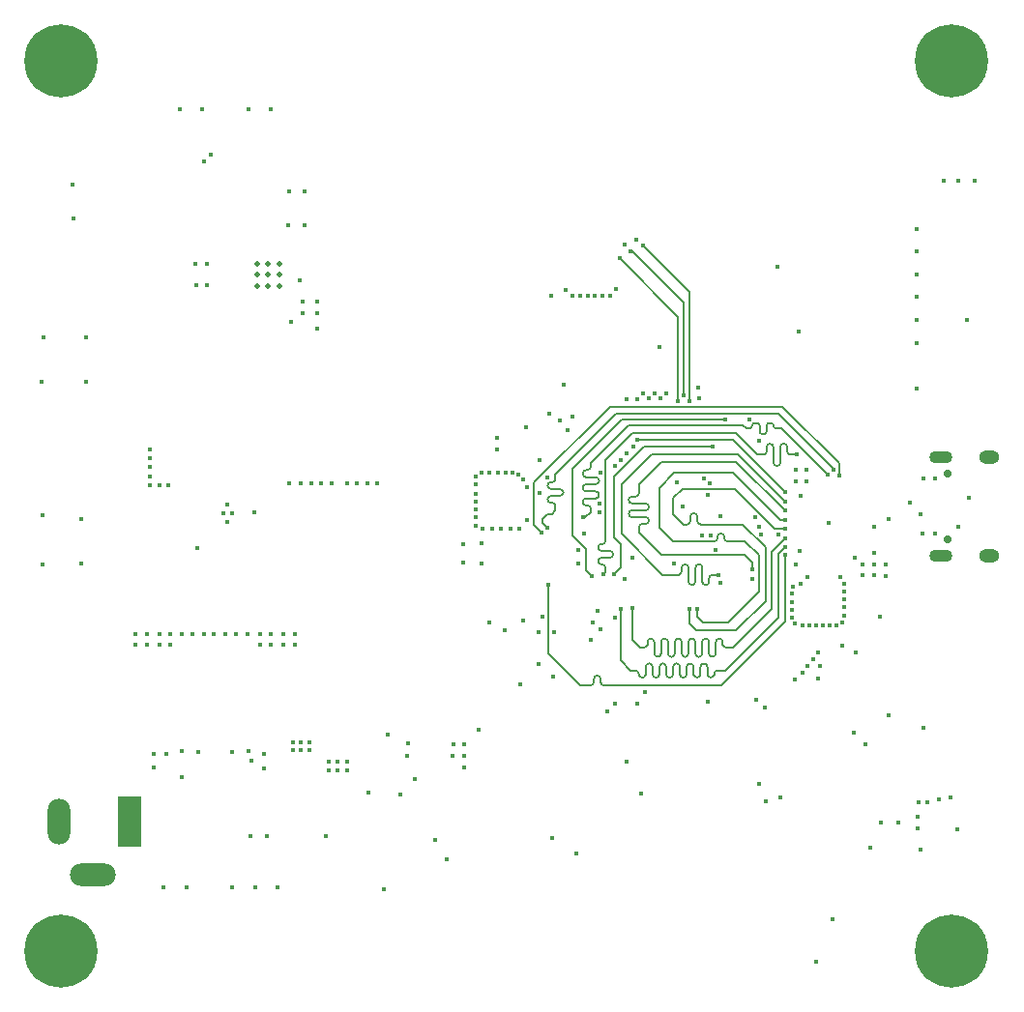
<source format=gbr>
%TF.GenerationSoftware,KiCad,Pcbnew,9.0.6*%
%TF.CreationDate,2026-01-14T23:48:26-05:00*%
%TF.ProjectId,DebuggingBoard,44656275-6767-4696-9e67-426f6172642e,rev?*%
%TF.SameCoordinates,Original*%
%TF.FileFunction,Copper,L3,Inr*%
%TF.FilePolarity,Positive*%
%FSLAX46Y46*%
G04 Gerber Fmt 4.6, Leading zero omitted, Abs format (unit mm)*
G04 Created by KiCad (PCBNEW 9.0.6) date 2026-01-14 23:48:26*
%MOMM*%
%LPD*%
G01*
G04 APERTURE LIST*
%TA.AperFunction,ComponentPad*%
%ADD10C,0.450000*%
%TD*%
%TA.AperFunction,ComponentPad*%
%ADD11C,0.800000*%
%TD*%
%TA.AperFunction,ComponentPad*%
%ADD12C,6.400000*%
%TD*%
%TA.AperFunction,ComponentPad*%
%ADD13R,2.000000X4.500000*%
%TD*%
%TA.AperFunction,ComponentPad*%
%ADD14O,2.000000X4.000000*%
%TD*%
%TA.AperFunction,ComponentPad*%
%ADD15O,4.000000X2.000000*%
%TD*%
%TA.AperFunction,ComponentPad*%
%ADD16C,0.700000*%
%TD*%
%TA.AperFunction,ComponentPad*%
%ADD17O,2.000000X1.100000*%
%TD*%
%TA.AperFunction,ComponentPad*%
%ADD18O,1.800000X1.200000*%
%TD*%
%TA.AperFunction,HeatsinkPad*%
%ADD19C,0.500000*%
%TD*%
%TA.AperFunction,ViaPad*%
%ADD20C,0.450000*%
%TD*%
%TA.AperFunction,Conductor*%
%ADD21C,0.150000*%
%TD*%
%TA.AperFunction,Conductor*%
%ADD22C,0.142494*%
%TD*%
%TA.AperFunction,Conductor*%
%ADD23C,0.152146*%
%TD*%
G04 APERTURE END LIST*
D10*
%TO.N,GND*%
%TO.C,U7*%
X90250000Y-90600000D03*
X90600000Y-89850000D03*
X90600000Y-91350000D03*
X90950000Y-90600000D03*
%TD*%
D11*
%TO.N,GND*%
%TO.C,H4*%
X151600000Y-51000000D03*
X152302944Y-49302944D03*
X152302944Y-52697056D03*
X154000000Y-48600000D03*
D12*
X154000000Y-51000000D03*
D11*
X154000000Y-53400000D03*
X155697056Y-49302944D03*
X155697056Y-52697056D03*
X156400000Y-51000000D03*
%TD*%
D13*
%TO.N,+12V*%
%TO.C,J1*%
X82000000Y-117600000D03*
D14*
%TO.N,GND*%
X75800000Y-117600000D03*
D15*
X78800000Y-122300000D03*
%TD*%
D16*
%TO.N,*%
%TO.C,USB1*%
X153600000Y-92890000D03*
X153600000Y-87110000D03*
D17*
%TO.N,GND*%
X153070000Y-94320000D03*
D18*
X157280000Y-94320000D03*
D17*
X153070000Y-85680000D03*
D18*
X157280000Y-85680000D03*
%TD*%
D11*
%TO.N,GND*%
%TO.C,H3*%
X151600000Y-129000000D03*
X152302944Y-127302944D03*
X152302944Y-130697056D03*
X154000000Y-126600000D03*
D12*
X154000000Y-129000000D03*
D11*
X154000000Y-131400000D03*
X155697056Y-127302944D03*
X155697056Y-130697056D03*
X156400000Y-129000000D03*
%TD*%
D19*
%TO.N,GND*%
%TO.C,U5*%
X93155000Y-70695000D03*
X94130000Y-70695000D03*
X95105000Y-70695000D03*
X93155000Y-69720000D03*
X94130000Y-69720000D03*
X95105000Y-69720000D03*
X93155000Y-68745000D03*
X94130000Y-68745000D03*
X95105000Y-68745000D03*
%TD*%
D11*
%TO.N,GND*%
%TO.C,H1*%
X73600000Y-51000000D03*
X74302944Y-49302944D03*
X74302944Y-52697056D03*
X76000000Y-48600000D03*
D12*
X76000000Y-51000000D03*
D11*
X76000000Y-53400000D03*
X77697056Y-49302944D03*
X77697056Y-52697056D03*
X78400000Y-51000000D03*
%TD*%
%TO.N,GND*%
%TO.C,H2*%
X73600000Y-129000000D03*
X74302944Y-127302944D03*
X74302944Y-130697056D03*
X76000000Y-126600000D03*
D12*
X76000000Y-129000000D03*
D11*
X76000000Y-131400000D03*
X77697056Y-127302944D03*
X77697056Y-130697056D03*
X78400000Y-129000000D03*
%TD*%
D20*
%TO.N,GND*%
X120200000Y-71100000D03*
X152900000Y-115700000D03*
X146400000Y-110900000D03*
X151500000Y-109400000D03*
X142300000Y-105100000D03*
X142500000Y-104000000D03*
X145600000Y-102800000D03*
X147700000Y-99700000D03*
X144400000Y-102200000D03*
X155300000Y-73700000D03*
%TO.N,/LED3*%
X132900000Y-92603753D03*
%TO.N,/GPIO*%
X118900000Y-71600000D03*
X118728054Y-81920946D03*
%TO.N,GND*%
X138700000Y-69000000D03*
%TO.N,/LED2*%
X153300000Y-61500000D03*
X132600000Y-89000000D03*
%TO.N,/DBUG_LED*%
X154600000Y-61500000D03*
%TO.N,+3.3V*%
X145396446Y-109803554D03*
%TO.N,GND*%
X124600000Y-71000000D03*
X126400000Y-66700000D03*
X125400000Y-67100000D03*
X109800000Y-120900000D03*
X121100000Y-120400000D03*
X126800000Y-115200000D03*
X125500000Y-112400000D03*
X119000000Y-119100000D03*
X104300000Y-123600000D03*
X108800000Y-119200000D03*
X149300000Y-117700000D03*
X147800000Y-117700000D03*
X128400000Y-76100000D03*
X131800000Y-79600000D03*
X111300000Y-112900000D03*
X107000000Y-113900000D03*
X116700000Y-83107106D03*
X119700000Y-82500000D03*
X99200000Y-118900000D03*
X94000000Y-118900000D03*
X132600000Y-107100000D03*
X126000000Y-94500000D03*
X129700000Y-95000000D03*
X136900000Y-107000000D03*
X127100000Y-106300000D03*
X123157168Y-89764275D03*
%TO.N,/USB_PD_PG*%
X140300000Y-105200000D03*
X133319176Y-93803754D03*
%TO.N,+3.3V*%
X150934805Y-79694920D03*
%TO.N,GND*%
X116830000Y-91240000D03*
X116830000Y-88300000D03*
%TO.N,Net-(U5-ENN)*%
X96900000Y-70200000D03*
X96140000Y-73900000D03*
%TO.N,VBUS*%
X151400000Y-92400000D03*
X151500000Y-87600000D03*
%TO.N,GND*%
X147200000Y-94080000D03*
X148250000Y-96110000D03*
X147200000Y-96060000D03*
X146150000Y-96060000D03*
X140740000Y-96770000D03*
X141340000Y-96170000D03*
X144200000Y-96170000D03*
X147200000Y-91780000D03*
%TO.N,Net-(C35-Pad1)*%
X141300000Y-86800000D03*
X140350000Y-95120000D03*
%TO.N,+3.3V*%
X141300000Y-87800000D03*
X148475000Y-91100000D03*
X120050000Y-79400000D03*
X117900000Y-86000000D03*
X136269100Y-82396247D03*
%TO.N,GND*%
X137100000Y-84300000D03*
%TO.N,+3.3V*%
X150934805Y-65694920D03*
%TO.N,+5V*%
X123800000Y-108000000D03*
X137600000Y-107600000D03*
%TO.N,+3.3V*%
X116250000Y-105600000D03*
%TO.N,GND*%
X104600000Y-110025000D03*
X102900000Y-115120000D03*
%TO.N,+3.3V*%
X112575000Y-109625000D03*
%TO.N,/POWER_IND*%
X123203753Y-87069015D03*
X105725000Y-115225000D03*
%TO.N,GND*%
X122400000Y-101750000D03*
X123275000Y-100800000D03*
X123025000Y-99150000D03*
%TO.N,/V_SELECT*%
X101050000Y-113150000D03*
X100250000Y-113150000D03*
X99450000Y-113150000D03*
X101050000Y-112350000D03*
X100250000Y-112350000D03*
X99450000Y-112350000D03*
%TO.N,+12V*%
X97000000Y-111350000D03*
X97000000Y-110650000D03*
X97750000Y-111350000D03*
X96300000Y-111350000D03*
X97750000Y-110650000D03*
X96300000Y-110650000D03*
%TO.N,VBUS*%
X106350000Y-111900000D03*
X106400000Y-110800000D03*
X110300000Y-111900000D03*
X110350000Y-110850000D03*
X111300000Y-111900000D03*
X111300000Y-110850000D03*
X137150000Y-114300000D03*
X137687500Y-115850000D03*
X138987500Y-115550000D03*
X151087500Y-115900000D03*
X151900000Y-115950000D03*
%TO.N,+3.3V*%
X142100000Y-129950000D03*
X154453598Y-118303510D03*
X148500000Y-108350000D03*
X146150000Y-95100000D03*
X147200000Y-95100000D03*
X140650000Y-93950000D03*
X133700000Y-96700000D03*
X122550000Y-100150000D03*
X117900000Y-88860000D03*
%TO.N,+3.3VA*%
X112787500Y-93270000D03*
X112787500Y-95050000D03*
X111250000Y-94900000D03*
X111250000Y-93370000D03*
X103700000Y-88000000D03*
X102800000Y-88000000D03*
X101900000Y-88000000D03*
X101100000Y-88000000D03*
%TO.N,+3.3V*%
X99700000Y-88000000D03*
X98800000Y-88000000D03*
X97900000Y-88000000D03*
X97000000Y-88000000D03*
X96000000Y-88000000D03*
%TO.N,+5V*%
X98400000Y-74450000D03*
X98400000Y-73100000D03*
X98400000Y-72100000D03*
X97200000Y-73100000D03*
X97200000Y-72100000D03*
%TO.N,/OP_AMP+*%
X88800000Y-70600000D03*
X87875000Y-70600000D03*
X87800000Y-68800000D03*
X88800000Y-68800000D03*
%TO.N,/OP_AMP-*%
X95900000Y-65400000D03*
X97300000Y-65400000D03*
X96000000Y-62400000D03*
X97300000Y-62400000D03*
%TO.N,+3.3V*%
X88500000Y-59800000D03*
X89100000Y-59200000D03*
%TO.N,+5V*%
X77000000Y-61800000D03*
X77100000Y-64800000D03*
%TO.N,/OP_AMP-*%
X74500000Y-75200000D03*
%TO.N,/OP_AMP+*%
X78200000Y-75200000D03*
%TO.N,/OP_AMP-*%
X74300000Y-79100000D03*
%TO.N,/OP_AMP+*%
X78200000Y-79100000D03*
%TO.N,/OP_AMP-*%
X74400000Y-90800000D03*
%TO.N,/OP_AMP+*%
X77800000Y-91100000D03*
%TO.N,/OP_AMP-*%
X74400000Y-95100000D03*
%TO.N,/OP_AMP+*%
X77800000Y-95000000D03*
%TO.N,GND*%
X112330000Y-89600000D03*
X116080000Y-87250000D03*
X112930000Y-92000000D03*
X140300000Y-100270000D03*
X112330000Y-88900000D03*
X143300000Y-100470000D03*
X112830000Y-87100000D03*
X114230000Y-87100000D03*
X112330000Y-88100000D03*
X141500000Y-100470000D03*
X119200000Y-101000000D03*
X116500000Y-100000000D03*
X115330000Y-92000000D03*
X144600000Y-98870000D03*
X140000000Y-98370000D03*
X117800000Y-101000000D03*
X119100000Y-104900000D03*
X114930000Y-87100000D03*
X144600000Y-98170000D03*
X115530000Y-87100000D03*
X118200000Y-99700000D03*
X112330000Y-91700000D03*
X113530000Y-87100000D03*
X140340000Y-86800000D03*
X112330000Y-91000000D03*
X140900000Y-100470000D03*
X144600000Y-96770000D03*
X143900000Y-100470000D03*
X112330000Y-87400000D03*
X140800000Y-89100000D03*
X116480000Y-87650000D03*
X113500000Y-100200000D03*
X114900000Y-100900000D03*
X114530000Y-92000000D03*
X143262500Y-91500000D03*
X144600000Y-97470000D03*
X142100000Y-100470000D03*
X117800000Y-103800000D03*
X140340000Y-87800000D03*
X112330000Y-90300000D03*
X116130000Y-92000000D03*
X140100000Y-97070000D03*
X140000000Y-99770000D03*
X144450000Y-100220000D03*
X142700000Y-100470000D03*
X140000000Y-99070000D03*
X140000000Y-97670000D03*
X144600000Y-99570000D03*
X113730000Y-92000000D03*
%TO.N,VBUS*%
X152520000Y-87600000D03*
X152520000Y-92400000D03*
%TO.N,/nRST*%
X146900000Y-119900000D03*
X123150000Y-90500000D03*
%TO.N,+5V*%
X85600000Y-101200000D03*
X83800000Y-87400000D03*
X93400000Y-101200000D03*
X94400000Y-102100000D03*
X91300000Y-101200000D03*
X88500000Y-101200000D03*
X87500000Y-101200000D03*
X83800000Y-88200000D03*
X89400000Y-101200000D03*
X83500000Y-102100000D03*
X84600000Y-101200000D03*
X95500000Y-102100000D03*
X96500000Y-102100000D03*
X94400000Y-101200000D03*
X83500000Y-101200000D03*
X85400000Y-88200000D03*
X85600000Y-102100000D03*
X86600000Y-113760000D03*
X96500000Y-101200000D03*
X92575000Y-118910000D03*
X92300000Y-101200000D03*
X82500000Y-101200000D03*
X83800000Y-85800000D03*
X86600000Y-101200000D03*
X90400000Y-101200000D03*
X84600000Y-88200000D03*
X93400000Y-102100000D03*
X83800000Y-85000000D03*
X83800000Y-86600000D03*
X95500000Y-101200000D03*
X84600000Y-102100000D03*
X82500000Y-102100000D03*
%TO.N,Net-(U7-SNS)*%
X87900000Y-93700000D03*
X92900000Y-90500000D03*
%TO.N,/DISP_CS*%
X150934805Y-71694920D03*
X129003813Y-80100000D03*
%TO.N,/V_SELECT*%
X86595000Y-111420000D03*
X84100000Y-112900000D03*
X90950000Y-111500000D03*
X92700000Y-112300000D03*
X93795000Y-111715000D03*
X84100000Y-111715000D03*
X92400000Y-111420000D03*
X85200000Y-111715000D03*
X88050000Y-111500000D03*
X93795000Y-112990000D03*
%TO.N,/SWCLK*%
X129900000Y-87900000D03*
X153850000Y-115550000D03*
%TO.N,/SWDIO*%
X151300000Y-120050038D03*
X130400000Y-90000000D03*
%TO.N,/DISP_MOSI*%
X150934805Y-75694920D03*
X131900000Y-80550000D03*
%TO.N,/DISP_RST*%
X150934805Y-67694920D03*
X128002813Y-80135876D03*
%TO.N,/DISP_DC*%
X150934805Y-69694920D03*
X128503813Y-80550000D03*
%TO.N,/DISP_SCK*%
X150934805Y-73694920D03*
X140600000Y-74700000D03*
%TO.N,/BOOT0*%
X143590000Y-126210000D03*
X124500000Y-86500000D03*
%TO.N,Net-(U4-RBIAS)*%
X145496138Y-94525000D03*
X148250000Y-95090000D03*
%TO.N,/ULPI_CK*%
X140400000Y-85500000D03*
X123500000Y-95951073D03*
%TO.N,/CC2*%
X155500000Y-89300000D03*
X151000000Y-118200000D03*
%TO.N,/CC1*%
X154600000Y-91800000D03*
X151000000Y-117200000D03*
%TO.N,/V_NEG_DAC*%
X114200000Y-85000000D03*
X87000000Y-123400000D03*
%TO.N,/ULPI_D4*%
X131704313Y-99004313D03*
X139400000Y-91250000D03*
%TO.N,/ULPI_D0*%
X118700000Y-96900000D03*
X139400000Y-94300000D03*
%TO.N,/PSSI_PDCK*%
X124400000Y-95951073D03*
X133025000Y-84775000D03*
%TO.N,/ULPI_DIR*%
X143623074Y-86810614D03*
X118600000Y-91898927D03*
%TO.N,/ULPI_D5*%
X136500000Y-95500000D03*
X139400000Y-90400000D03*
%TO.N,/ULPI_D2*%
X139400000Y-92800000D03*
X126007991Y-98894477D03*
%TO.N,/ULPI_STP*%
X121720882Y-91000000D03*
X143105902Y-87212122D03*
%TO.N,/ULPI_D7*%
X126500000Y-84200000D03*
X139400000Y-88800000D03*
%TO.N,/ULPI_D1*%
X139395687Y-93595687D03*
X125000000Y-99000000D03*
%TO.N,/PSSI_DE*%
X134200000Y-82400000D03*
X122466819Y-96116822D03*
%TO.N,/ULPI_NXT*%
X118093361Y-92306138D03*
X144124147Y-87300000D03*
%TO.N,/V_POS_DAC*%
X114220000Y-83980000D03*
X85000000Y-123400000D03*
%TO.N,/ULPI_D3*%
X139400000Y-92000000D03*
X131000000Y-99000000D03*
%TO.N,/ULPI_D6*%
X133600000Y-96000000D03*
X139400000Y-89600000D03*
%TO.N,/D-*%
X150300000Y-89727400D03*
X151300000Y-90749612D03*
%TO.N,/FGEN_SGAIN*%
X122100006Y-71600000D03*
X125507455Y-80604223D03*
%TO.N,/FGEN_SOFF*%
X121450003Y-71600000D03*
X120800000Y-82150000D03*
%TO.N,/FGEN_SAMP*%
X126500000Y-80600000D03*
X122750009Y-71600000D03*
%TO.N,/FGEN_SCLK*%
X123400012Y-71600000D03*
X127000000Y-80140379D03*
%TO.N,/FGEN_MOSI*%
X124050015Y-71600000D03*
X127502813Y-80552304D03*
%TO.N,/ADC2_INP8*%
X125350000Y-96350000D03*
X126500000Y-107300000D03*
%TO.N,/ADC1_INP4*%
X124501073Y-99750000D03*
X124500000Y-107300000D03*
%TO.N,/SPI2_CK*%
X136550000Y-96350000D03*
X133750000Y-90850000D03*
%TO.N,/V_NEG_I*%
X95000000Y-123400000D03*
X121800000Y-92400000D03*
%TO.N,/V_POS_I*%
X121300000Y-95000000D03*
X93000000Y-123400000D03*
%TO.N,/VPSU_CONN_IND*%
X91000000Y-123400000D03*
X121300000Y-93800000D03*
%TO.N,/FGEN_CONN_IND*%
X120400000Y-83300000D03*
X120800000Y-71600000D03*
%TO.N,/CAN_RX*%
X125900000Y-67700000D03*
X130503232Y-80300000D03*
X132800000Y-88003753D03*
%TO.N,/CAN_TX*%
X131003861Y-80803753D03*
X132293603Y-87596247D03*
X127000000Y-67200000D03*
%TO.N,/CAN_CONN_IND*%
X124900000Y-68300000D03*
X130003232Y-80803753D03*
%TO.N,/UART4_RX*%
X125500000Y-85400000D03*
X92400000Y-55238462D03*
%TO.N,/UART4_TX*%
X94400000Y-55238462D03*
X126100000Y-84800000D03*
%TO.N,/COMP_CONN_IND*%
X125000000Y-85992077D03*
X88400000Y-55238462D03*
%TO.N,/COMP_RST*%
X118587218Y-87470865D03*
X86400000Y-55238462D03*
%TO.N,/ENC_BUTTON*%
X142300000Y-102800000D03*
X138825339Y-92496247D03*
%TO.N,/ENC_A*%
X141400000Y-104000000D03*
X137104961Y-91805360D03*
%TO.N,/ENC_B*%
X136798200Y-91000000D03*
X141900000Y-103400000D03*
%TO.N,/BUTTON*%
X137301800Y-92500000D03*
X140900000Y-104600000D03*
%TO.N,/DBUG_LED*%
X132100000Y-92603753D03*
%TO.N,/LED3*%
X156000000Y-61500000D03*
%TD*%
D21*
%TO.N,/CAN_RX*%
X130503232Y-72203232D02*
X130503232Y-80300000D01*
X125900000Y-67700000D02*
X126000000Y-67700000D01*
X126000000Y-67700000D02*
X130503232Y-72203232D01*
%TO.N,/CAN_CONN_IND*%
X124900000Y-68300000D02*
X130003232Y-73403232D01*
X130003232Y-73403232D02*
X130003232Y-80803753D01*
D22*
%TO.N,/ULPI_NXT*%
X144124147Y-86224147D02*
X144124147Y-87300000D01*
X117400000Y-87950000D02*
X124050000Y-81300000D01*
X117400000Y-91608174D02*
X117400000Y-87950000D01*
X124050000Y-81300000D02*
X139200000Y-81300000D01*
X139200000Y-81300000D02*
X144124147Y-86224147D01*
X118093361Y-92301535D02*
X117400000Y-91608174D01*
X118093361Y-92306138D02*
X118093361Y-92301535D01*
%TO.N,/ULPI_STP*%
X137177302Y-82953273D02*
X137177302Y-83200000D01*
X138034022Y-82706560D02*
X138150582Y-82706560D01*
X125700000Y-82900000D02*
X135700000Y-82900000D01*
X137787302Y-83454008D02*
X137787302Y-83200000D01*
X138644022Y-83200000D02*
X138707302Y-83200000D01*
X137431310Y-83708016D02*
X137533294Y-83708016D01*
X135700000Y-82900000D02*
X136000000Y-83200000D01*
X122413746Y-86186254D02*
X125700000Y-82900000D01*
X139093780Y-83200000D02*
X139175598Y-83281818D01*
X136760756Y-82706546D02*
X136930575Y-82706546D01*
X139175598Y-83281818D02*
X143105902Y-87212122D01*
X138707302Y-83200000D02*
X139093780Y-83200000D01*
X136000000Y-83200000D02*
X136267302Y-83200000D01*
X137787302Y-83200000D02*
X137787302Y-82953280D01*
X137177302Y-83200000D02*
X137177302Y-83454008D01*
X138150582Y-82706560D02*
G75*
G02*
X138397340Y-82953280I18J-246740D01*
G01*
X137177302Y-83454008D02*
G75*
G03*
X137431310Y-83707998I253998J8D01*
G01*
X137787302Y-82953280D02*
G75*
G02*
X138034022Y-82706602I246698J-20D01*
G01*
X137533294Y-83708016D02*
G75*
G03*
X137787316Y-83454008I6J254016D01*
G01*
X138397302Y-82953280D02*
G75*
G03*
X138644022Y-83199998I246698J-20D01*
G01*
X136267302Y-83200000D02*
G75*
G03*
X136514000Y-82953273I-2J246700D01*
G01*
X136930575Y-82706546D02*
G75*
G02*
X137177354Y-82953273I25J-246754D01*
G01*
X136514029Y-82953273D02*
G75*
G02*
X136760756Y-82706529I246771J-27D01*
G01*
%TO.N,/ULPI_CK*%
X123700000Y-92300000D02*
X123700000Y-85950000D01*
X123700000Y-93919988D02*
X123400000Y-93919988D01*
X126052073Y-83597927D02*
X135097927Y-83597927D01*
X124070156Y-93919988D02*
X123700000Y-93919988D01*
X123700000Y-95751073D02*
X123700000Y-95419988D01*
X123700000Y-93019988D02*
X123700000Y-92300000D01*
X138989487Y-86169164D02*
X138989487Y-85500000D01*
X123700000Y-85950000D02*
X126052073Y-83597927D01*
X137789487Y-85200000D02*
X137789487Y-84830836D01*
X138989487Y-85200000D02*
X138989487Y-84830836D01*
X138389487Y-85500000D02*
X138389487Y-86169164D01*
X123700000Y-94519988D02*
X124070156Y-94519988D01*
X138389487Y-84830836D02*
X138389487Y-85200000D01*
X139589487Y-84830836D02*
X139589487Y-85200000D01*
X123500000Y-95951073D02*
X123700000Y-95751073D01*
X138989487Y-85500000D02*
X138989487Y-85200000D01*
X135097927Y-83597927D02*
X137000000Y-85500000D01*
X123329844Y-94519988D02*
X123400000Y-94519988D01*
X123400000Y-95119988D02*
X123329844Y-95119988D01*
X139889487Y-85500000D02*
X140400000Y-85500000D01*
X138389487Y-85200000D02*
X138389487Y-85500000D01*
X137000000Y-85500000D02*
X137489487Y-85500000D01*
X123400000Y-94519988D02*
X123700000Y-94519988D01*
X123329824Y-93319988D02*
X123400000Y-93319988D01*
X123400000Y-93919988D02*
X123329824Y-93919988D01*
X139589487Y-85200000D02*
G75*
G03*
X139889487Y-85500013I300013J0D01*
G01*
X123029844Y-94819988D02*
G75*
G02*
X123329844Y-94520044I299956J-12D01*
G01*
X123400000Y-93319988D02*
G75*
G03*
X123699988Y-93019988I0J299988D01*
G01*
X123329844Y-95119988D02*
G75*
G02*
X123029812Y-94819988I-44J299988D01*
G01*
X139289487Y-84530836D02*
G75*
G02*
X139589464Y-84830836I13J-299964D01*
G01*
X137789487Y-84830836D02*
G75*
G02*
X138089487Y-84530787I300013J36D01*
G01*
X123029824Y-93619988D02*
G75*
G02*
X123329824Y-93320024I299976J-12D01*
G01*
X123700000Y-95419988D02*
G75*
G03*
X123400000Y-95120000I-300000J-12D01*
G01*
X138089487Y-84530836D02*
G75*
G02*
X138389464Y-84830836I13J-299964D01*
G01*
X124370156Y-94219988D02*
G75*
G03*
X124070156Y-93920044I-299956J-12D01*
G01*
X137489487Y-85500000D02*
G75*
G03*
X137789500Y-85200000I13J300000D01*
G01*
X138389487Y-86169164D02*
G75*
G03*
X138689487Y-86469213I300013J-36D01*
G01*
X124070156Y-94519988D02*
G75*
G03*
X124370188Y-94219988I44J299988D01*
G01*
X123329824Y-93919988D02*
G75*
G02*
X123029812Y-93619988I-24J299988D01*
G01*
X138689487Y-86469164D02*
G75*
G03*
X138989464Y-86169164I13J299964D01*
G01*
X138989487Y-84830836D02*
G75*
G02*
X139289487Y-84530787I300013J36D01*
G01*
%TO.N,/ULPI_D4*%
X138950000Y-91250000D02*
X139400000Y-91250000D01*
X133481710Y-92678505D02*
X133481710Y-92800000D01*
X137100000Y-97500000D02*
X137100000Y-94300000D01*
X134800000Y-87100000D02*
X138950000Y-91250000D01*
X131700000Y-99008626D02*
X131700000Y-99650000D01*
X137100000Y-94300000D02*
X135900000Y-93100000D01*
X132250000Y-100200000D02*
X134400000Y-100200000D01*
X128400000Y-91900000D02*
X128400000Y-88400000D01*
X131704313Y-99004313D02*
X131700000Y-99008626D01*
X131700000Y-99650000D02*
X132250000Y-100200000D01*
X134400000Y-100200000D02*
X137100000Y-97500000D01*
X128400000Y-88400000D02*
X129700000Y-87100000D01*
X129700000Y-87100000D02*
X134800000Y-87100000D01*
X135900000Y-93100000D02*
X134381710Y-93100000D01*
X134081710Y-92800000D02*
X134081710Y-92678505D01*
X133181710Y-93100000D02*
X130981710Y-93100000D01*
X130981710Y-93100000D02*
X129600000Y-93100000D01*
X129600000Y-93100000D02*
X128400000Y-91900000D01*
X134081710Y-92678505D02*
G75*
G03*
X133781710Y-92378490I-300010J5D01*
G01*
X134381710Y-93100000D02*
G75*
G02*
X134081700Y-92800000I-10J300000D01*
G01*
X133781710Y-92378505D02*
G75*
G03*
X133481705Y-92678505I-10J-299995D01*
G01*
X133481710Y-92800000D02*
G75*
G02*
X133181710Y-93100010I-300010J0D01*
G01*
%TO.N,/ULPI_D0*%
X139400000Y-100100000D02*
X139400000Y-94300000D01*
X123261764Y-105139528D02*
X123261764Y-105400000D01*
X125143457Y-105700000D02*
X133800000Y-105700000D01*
X118700000Y-96900000D02*
X118700000Y-102900000D01*
X118700000Y-102900000D02*
X121500000Y-105700000D01*
X133800000Y-105700000D02*
X139400000Y-100100000D01*
X122661764Y-105400000D02*
X122661764Y-105139528D01*
X121500000Y-105700000D02*
X122361764Y-105700000D01*
X123561764Y-105700000D02*
X125143457Y-105700000D01*
X123261764Y-105400000D02*
G75*
G03*
X123561764Y-105700036I300036J0D01*
G01*
X122361764Y-105700000D02*
G75*
G03*
X122661800Y-105400000I36J300000D01*
G01*
X122961764Y-104839528D02*
G75*
G02*
X123261772Y-105139528I36J-299972D01*
G01*
X122661764Y-105139528D02*
G75*
G02*
X122961764Y-104839464I300036J28D01*
G01*
%TO.N,/PSSI_PDCK*%
X133025000Y-84775000D02*
X127025000Y-84775000D01*
X124400000Y-87400000D02*
X124400000Y-92700000D01*
X125000000Y-93300000D02*
X125000000Y-95351073D01*
X125000000Y-95351073D02*
X124400000Y-95951073D01*
X127025000Y-84775000D02*
X124400000Y-87400000D01*
X124400000Y-92700000D02*
X125000000Y-93300000D01*
%TO.N,/ULPI_DIR*%
X143623074Y-86723074D02*
X143623074Y-86810614D01*
X118907131Y-87900000D02*
X119000000Y-87900000D01*
X119300000Y-88500000D02*
X119000000Y-88500000D01*
X118600000Y-90700000D02*
X119000000Y-90700000D01*
X119300000Y-87200000D02*
X119351643Y-87148357D01*
X119351643Y-87148357D02*
X124600000Y-81900000D01*
X119000000Y-89700000D02*
X118907131Y-89700000D01*
X118200000Y-91498927D02*
X118200000Y-91100000D01*
X118600000Y-91898927D02*
X118200000Y-91498927D01*
X124600000Y-81900000D02*
X138800000Y-81900000D01*
X138800000Y-81900000D02*
X143623074Y-86723074D01*
X118907131Y-89100000D02*
X119000000Y-89100000D01*
X119000000Y-90700000D02*
X119300000Y-90400000D01*
X119000000Y-88500000D02*
X118907131Y-88500000D01*
X119300000Y-90400000D02*
X119300000Y-90000000D01*
X119692869Y-88500000D02*
X119300000Y-88500000D01*
X118200000Y-91100000D02*
X118600000Y-90700000D01*
X119300000Y-87600000D02*
X119300000Y-87200000D01*
X119000000Y-89100000D02*
X119300000Y-89100000D01*
X119300000Y-89100000D02*
X119692869Y-89100000D01*
X118907131Y-89700000D02*
G75*
G02*
X118607100Y-89400000I-31J300000D01*
G01*
X119992869Y-88800000D02*
G75*
G03*
X119692869Y-88500031I-299969J0D01*
G01*
X118607131Y-89400000D02*
G75*
G02*
X118907131Y-89100031I299969J0D01*
G01*
X118607131Y-88200000D02*
G75*
G02*
X118907131Y-87900031I299969J0D01*
G01*
X119692869Y-89100000D02*
G75*
G03*
X119992900Y-88800000I31J300000D01*
G01*
X118907131Y-88500000D02*
G75*
G02*
X118607100Y-88200000I-31J300000D01*
G01*
X119000000Y-87900000D02*
G75*
G03*
X119300000Y-87600000I0J300000D01*
G01*
X119300000Y-90000000D02*
G75*
G03*
X119000000Y-89700000I-300000J0D01*
G01*
%TO.N,/ULPI_D5*%
X126600000Y-90365466D02*
X127190545Y-90365466D01*
X126009449Y-89165466D02*
X126300000Y-89165466D01*
X126600000Y-88100000D02*
X128600000Y-86100000D01*
X126900000Y-90965466D02*
X126600000Y-90965466D01*
X126600000Y-92300000D02*
X126600000Y-91865466D01*
X126600000Y-90965466D02*
X126009461Y-90965466D01*
X126600000Y-88865466D02*
X126600000Y-88495644D01*
X127190539Y-90965466D02*
X126900000Y-90965466D01*
X135100000Y-86100000D02*
X139400000Y-90400000D01*
X126900000Y-91565466D02*
X127190539Y-91565466D01*
X126600000Y-89765466D02*
X126300000Y-89765466D01*
X135900000Y-94300000D02*
X128600000Y-94300000D01*
X128600000Y-86100000D02*
X135100000Y-86100000D01*
X127190545Y-89765466D02*
X126600000Y-89765466D01*
X126009461Y-90365466D02*
X126600000Y-90365466D01*
X136500000Y-95500000D02*
X136500000Y-94900000D01*
X128600000Y-94300000D02*
X126600000Y-92300000D01*
X136500000Y-94900000D02*
X135900000Y-94300000D01*
X126600000Y-88495644D02*
X126600000Y-88100000D01*
X126300000Y-89765466D02*
X126009449Y-89765466D01*
X125709461Y-90665466D02*
G75*
G02*
X126009461Y-90365461I300039J-34D01*
G01*
X127490539Y-91265466D02*
G75*
G03*
X127190539Y-90965461I-300039J-34D01*
G01*
X126300000Y-89165466D02*
G75*
G03*
X126599966Y-88865466I0J299966D01*
G01*
X127490545Y-90065466D02*
G75*
G03*
X127190545Y-89765455I-300045J-34D01*
G01*
X127190539Y-91565466D02*
G75*
G03*
X127490466Y-91265466I-39J299966D01*
G01*
X125709449Y-89465466D02*
G75*
G02*
X126009449Y-89165549I299951J-34D01*
G01*
X126009449Y-89765466D02*
G75*
G02*
X125709434Y-89465466I-49J299966D01*
G01*
X127190545Y-90365466D02*
G75*
G03*
X127490466Y-90065466I-45J299966D01*
G01*
X126009461Y-90965466D02*
G75*
G02*
X125709534Y-90665466I39J299966D01*
G01*
X126600000Y-91865466D02*
G75*
G02*
X126900000Y-91565500I300000J-34D01*
G01*
%TO.N,/ULPI_D2*%
X132750904Y-102400000D02*
X132750904Y-102903055D01*
X127950904Y-102400000D02*
X127950904Y-102903052D01*
X130950904Y-102903051D02*
X130950904Y-102400000D01*
X138200000Y-94000000D02*
X139400000Y-92800000D01*
X134700000Y-102400000D02*
X134800000Y-102400000D01*
X134800000Y-102400000D02*
X138200000Y-99000000D01*
X127350904Y-102100000D02*
X127350904Y-101896945D01*
X132750904Y-101896950D02*
X132750904Y-102400000D01*
X128550904Y-102400000D02*
X128550904Y-101896948D01*
X132150904Y-102400000D02*
X132150904Y-101896950D01*
X131550904Y-101896950D02*
X131550904Y-102400000D01*
X126700000Y-102400000D02*
X127050904Y-102400000D01*
X129150904Y-101896948D02*
X129150904Y-102400000D01*
X132150904Y-102903052D02*
X132150904Y-102400000D01*
X133950904Y-101896950D02*
X133950904Y-102100000D01*
X130950904Y-102400000D02*
X130950904Y-101896950D01*
X138200000Y-99000000D02*
X138200000Y-94000000D01*
X126007991Y-98894477D02*
X126007991Y-101707991D01*
X126007991Y-101707991D02*
X126700000Y-102400000D01*
X129750904Y-102903051D02*
X129750904Y-102400000D01*
X133350904Y-102100000D02*
X133350904Y-101896950D01*
X127950904Y-102100000D02*
X127950904Y-102400000D01*
X130350904Y-101896950D02*
X130350904Y-102400000D01*
X129150904Y-102400000D02*
X129150904Y-102903051D01*
X130350904Y-102400000D02*
X130350904Y-102903051D01*
X128550904Y-102903052D02*
X128550904Y-102400000D01*
X129750904Y-102400000D02*
X129750904Y-101896950D01*
X133350904Y-102400000D02*
X133350904Y-102100000D01*
X131550904Y-102400000D02*
X131550904Y-102903052D01*
X133350904Y-102903055D02*
X133350904Y-102400000D01*
X127950904Y-101896945D02*
X127950904Y-102100000D01*
X134250904Y-102400000D02*
X134700000Y-102400000D01*
X127050904Y-102400000D02*
G75*
G03*
X127350900Y-102100000I-4J300000D01*
G01*
X127950904Y-102903052D02*
G75*
G03*
X128250904Y-103203096I299996J-48D01*
G01*
X133950904Y-102100000D02*
G75*
G03*
X134250904Y-102399996I299996J0D01*
G01*
X131550904Y-102903052D02*
G75*
G03*
X131850904Y-103203096I299996J-48D01*
G01*
X127650904Y-101596945D02*
G75*
G02*
X127950855Y-101896945I-4J-299955D01*
G01*
X131250904Y-101596950D02*
G75*
G02*
X131550950Y-101896950I-4J-300050D01*
G01*
X132750904Y-102903055D02*
G75*
G03*
X133050904Y-103203096I299996J-45D01*
G01*
X129150904Y-102903051D02*
G75*
G03*
X129450904Y-103203096I299996J-49D01*
G01*
X127350904Y-101896945D02*
G75*
G02*
X127650904Y-101596904I299996J45D01*
G01*
X128550904Y-101896948D02*
G75*
G02*
X128850904Y-101596904I299996J48D01*
G01*
X128250904Y-103203052D02*
G75*
G03*
X128550852Y-102903052I-4J299952D01*
G01*
X130950904Y-101896950D02*
G75*
G02*
X131250904Y-101597004I299996J-50D01*
G01*
X130350904Y-102903051D02*
G75*
G03*
X130650904Y-103203096I299996J-49D01*
G01*
X130050904Y-101596950D02*
G75*
G02*
X130350950Y-101896950I-4J-300050D01*
G01*
X130650904Y-103203051D02*
G75*
G03*
X130950851Y-102903051I-4J299951D01*
G01*
X129450904Y-103203051D02*
G75*
G03*
X129750851Y-102903051I-4J299951D01*
G01*
X133350904Y-101896950D02*
G75*
G02*
X133650904Y-101597004I299996J-50D01*
G01*
X129750904Y-101896950D02*
G75*
G02*
X130050904Y-101597004I299996J-50D01*
G01*
X133050904Y-103203055D02*
G75*
G03*
X133350855Y-102903055I-4J299955D01*
G01*
X132450904Y-101596950D02*
G75*
G02*
X132750950Y-101896950I-4J-300050D01*
G01*
X133650904Y-101596950D02*
G75*
G02*
X133950950Y-101896950I-4J-300050D01*
G01*
X132150904Y-101896950D02*
G75*
G02*
X132450904Y-101597004I299996J-50D01*
G01*
X128850904Y-101596948D02*
G75*
G02*
X129150852Y-101896948I-4J-299952D01*
G01*
X131850904Y-103203052D02*
G75*
G03*
X132150852Y-102903052I-4J299952D01*
G01*
%TO.N,/ULPI_STP*%
X121900000Y-91000000D02*
X122400000Y-90500000D01*
X122400000Y-86200000D02*
X122413746Y-86186254D01*
X122090000Y-89944192D02*
X121987089Y-89944192D01*
X122400000Y-87464192D02*
X122090000Y-87464192D01*
X121987089Y-88084192D02*
X122400000Y-88084192D01*
X122400000Y-89324192D02*
X122812911Y-89324192D01*
X122400000Y-88704192D02*
X121987089Y-88704192D01*
X122812911Y-87464192D02*
X122400000Y-87464192D01*
X122400000Y-86534192D02*
X122400000Y-86200000D01*
X122400000Y-90500000D02*
X122400000Y-90254192D01*
X122400000Y-88084192D02*
X122812911Y-88084192D01*
X122090000Y-89324192D02*
X122400000Y-89324192D01*
X121720882Y-91000000D02*
X121900000Y-91000000D01*
X122090000Y-87464192D02*
X121987089Y-87464192D01*
X122812911Y-88704192D02*
X122400000Y-88704192D01*
X121987089Y-89324192D02*
X122090000Y-89324192D01*
X121987089Y-86844192D02*
X122090000Y-86844192D01*
X121677089Y-89634192D02*
G75*
G02*
X121987089Y-89324189I310011J-8D01*
G01*
X123122911Y-87774192D02*
G75*
G03*
X122812911Y-87464189I-310011J-8D01*
G01*
X121987089Y-87464192D02*
G75*
G02*
X121677108Y-87154192I11J309992D01*
G01*
X122400000Y-90254192D02*
G75*
G03*
X122090000Y-89944200I-310000J-8D01*
G01*
X121987089Y-88704192D02*
G75*
G02*
X121677108Y-88394192I11J309992D01*
G01*
X121677089Y-88394192D02*
G75*
G02*
X121987089Y-88084189I310011J-8D01*
G01*
X123122911Y-89014192D02*
G75*
G03*
X122812911Y-88704189I-310011J-8D01*
G01*
X122812911Y-89324192D02*
G75*
G03*
X123122892Y-89014192I-11J309992D01*
G01*
X122090000Y-86844192D02*
G75*
G03*
X122399992Y-86534192I0J309992D01*
G01*
X121987089Y-89944192D02*
G75*
G02*
X121677108Y-89634192I11J309992D01*
G01*
X122812911Y-88084192D02*
G75*
G03*
X123122892Y-87774192I-11J309992D01*
G01*
X121677089Y-87154192D02*
G75*
G02*
X121987089Y-86844189I310011J-8D01*
G01*
%TO.N,/ULPI_D7*%
X134800000Y-84200000D02*
X139400000Y-88800000D01*
X126500000Y-84200000D02*
X134800000Y-84200000D01*
%TO.N,/ULPI_D1*%
X127200000Y-104720818D02*
X127200000Y-104700000D01*
X130800000Y-104400000D02*
X130800000Y-104079182D01*
X131400000Y-104400000D02*
X131400000Y-104720818D01*
X127200000Y-104700000D02*
X127200000Y-104400000D01*
X133200000Y-104720832D02*
X133200000Y-104700000D01*
X130200000Y-104400000D02*
X130200000Y-104720818D01*
X130200000Y-104079182D02*
X130200000Y-104400000D01*
X128400000Y-104720818D02*
X128400000Y-104400000D01*
X132600000Y-104079182D02*
X132600000Y-104400000D01*
X132600000Y-104400000D02*
X132600000Y-104700000D01*
X134150000Y-104400000D02*
X138800000Y-99750000D01*
X127800000Y-104079182D02*
X127800000Y-104400000D01*
X133980675Y-104400000D02*
X134150000Y-104400000D01*
X129600000Y-104400000D02*
X129600000Y-104079182D01*
X138800000Y-94191374D02*
X139395687Y-93595687D01*
X127200000Y-104400000D02*
X127200000Y-104079182D01*
X138800000Y-99750000D02*
X138800000Y-94191374D01*
X130800000Y-104720818D02*
X130800000Y-104400000D01*
X132000000Y-104400000D02*
X132000000Y-104079182D01*
X126600000Y-104700000D02*
X126600000Y-104720818D01*
X125000000Y-103500000D02*
X125900000Y-104400000D01*
X129000000Y-104400000D02*
X129000000Y-104720818D01*
X129000000Y-104079182D02*
X129000000Y-104400000D01*
X132000000Y-104720818D02*
X132000000Y-104400000D01*
X125900000Y-104400000D02*
X126300000Y-104400000D01*
X127800000Y-104400000D02*
X127800000Y-104720818D01*
X131400000Y-104079182D02*
X131400000Y-104400000D01*
X128400000Y-104400000D02*
X128400000Y-104079182D01*
X133500000Y-104400000D02*
X133980675Y-104400000D01*
X129600000Y-104720818D02*
X129600000Y-104400000D01*
X132600000Y-104700000D02*
X132600000Y-104720832D01*
X125000000Y-99000000D02*
X125000000Y-103500000D01*
X126300000Y-104400000D02*
G75*
G02*
X126600000Y-104700000I0J-300000D01*
G01*
X127800000Y-104720818D02*
G75*
G03*
X128100000Y-105020800I300000J18D01*
G01*
X131100000Y-103779182D02*
G75*
G02*
X131400018Y-104079182I0J-300018D01*
G01*
X129300000Y-105020818D02*
G75*
G03*
X129600018Y-104720818I0J300018D01*
G01*
X129000000Y-104720818D02*
G75*
G03*
X129300000Y-105020800I300000J18D01*
G01*
X126900000Y-105020818D02*
G75*
G03*
X127200018Y-104720818I0J300018D01*
G01*
X127500000Y-103779182D02*
G75*
G02*
X127800018Y-104079182I0J-300018D01*
G01*
X132300000Y-103779182D02*
G75*
G02*
X132600018Y-104079182I0J-300018D01*
G01*
X131400000Y-104720818D02*
G75*
G03*
X131700000Y-105020800I300000J18D01*
G01*
X129900000Y-103779182D02*
G75*
G02*
X130200018Y-104079182I0J-300018D01*
G01*
X131700000Y-105020818D02*
G75*
G03*
X132000018Y-104720818I0J300018D01*
G01*
X128400000Y-104079182D02*
G75*
G02*
X128700000Y-103779200I300000J-18D01*
G01*
X129600000Y-104079182D02*
G75*
G02*
X129900000Y-103779200I300000J-18D01*
G01*
X130200000Y-104720818D02*
G75*
G03*
X130500000Y-105020800I300000J18D01*
G01*
X132000000Y-104079182D02*
G75*
G02*
X132300000Y-103779200I300000J-18D01*
G01*
X127200000Y-104079182D02*
G75*
G02*
X127500000Y-103779200I300000J-18D01*
G01*
X128100000Y-105020818D02*
G75*
G03*
X128400018Y-104720818I0J300018D01*
G01*
X130800000Y-104079182D02*
G75*
G02*
X131100000Y-103779200I300000J-18D01*
G01*
X132600000Y-104720832D02*
G75*
G03*
X132900000Y-105020800I300000J32D01*
G01*
X126600000Y-104720818D02*
G75*
G03*
X126900000Y-105020800I300000J18D01*
G01*
X132900000Y-105020832D02*
G75*
G03*
X133200032Y-104720832I0J300032D01*
G01*
X128700000Y-103779182D02*
G75*
G02*
X129000018Y-104079182I0J-300018D01*
G01*
X130500000Y-105020818D02*
G75*
G03*
X130800018Y-104720818I0J300018D01*
G01*
X133200000Y-104700000D02*
G75*
G02*
X133500000Y-104400000I300000J0D01*
G01*
D23*
%TO.N,/PSSI_DE*%
X122000000Y-93750000D02*
X122000000Y-95650003D01*
X120800000Y-86700000D02*
X120800000Y-92550000D01*
X120800000Y-92550000D02*
X122000000Y-93750000D01*
X125100000Y-82400000D02*
X120800000Y-86700000D01*
X134200000Y-82400000D02*
X125100000Y-82400000D01*
X122000000Y-95650003D02*
X122466819Y-96116822D01*
D22*
%TO.N,/ULPI_D3*%
X139400000Y-92000000D02*
X138500000Y-92000000D01*
X130500000Y-91600000D02*
X130815692Y-91600000D01*
X129600000Y-89300000D02*
X129600000Y-90700000D01*
X133015691Y-91600000D02*
X135700000Y-91600000D01*
X137700000Y-98300000D02*
X135100000Y-100900000D01*
X135000000Y-88500000D02*
X130400000Y-88500000D01*
X131115692Y-91300000D02*
X131115692Y-90901747D01*
X138500000Y-92000000D02*
X135000000Y-88500000D01*
X131715692Y-90901747D02*
X131715692Y-91300000D01*
X135100000Y-100900000D02*
X131600000Y-100900000D01*
X137700000Y-93600000D02*
X137700000Y-98300000D01*
X131600000Y-100900000D02*
X131000000Y-100300000D01*
X132015692Y-91600000D02*
X133015691Y-91600000D01*
X131000000Y-100300000D02*
X131000000Y-99000000D01*
X135700000Y-91600000D02*
X137700000Y-93600000D01*
X130400000Y-88500000D02*
X129600000Y-89300000D01*
X129600000Y-90700000D02*
X130500000Y-91600000D01*
X130815692Y-91600000D02*
G75*
G03*
X131115700Y-91300000I8J300000D01*
G01*
X131115692Y-90901747D02*
G75*
G02*
X131415692Y-90601692I300008J47D01*
G01*
X131715692Y-91300000D02*
G75*
G03*
X132015692Y-91600008I300008J0D01*
G01*
X131415692Y-90601747D02*
G75*
G02*
X131715653Y-90901747I8J-299953D01*
G01*
%TO.N,/ULPI_D6*%
X130959802Y-96611851D02*
X130959802Y-96000000D01*
X129100000Y-96000000D02*
X128700000Y-96000000D01*
X132159802Y-96611851D02*
X132159802Y-96300000D01*
X132159802Y-96000000D02*
X132159802Y-95388149D01*
X132759802Y-96300000D02*
X132759802Y-96611851D01*
X125100000Y-88100000D02*
X127700000Y-85500000D01*
X130059802Y-96000000D02*
X129100000Y-96000000D01*
X127700000Y-85500000D02*
X135300000Y-85500000D01*
X130359802Y-95388155D02*
X130359802Y-95700000D01*
X131559802Y-95388149D02*
X131559802Y-96000000D01*
X130959802Y-95700000D02*
X130959802Y-95388155D01*
X132159802Y-96300000D02*
X132159802Y-96000000D01*
X135300000Y-85500000D02*
X139400000Y-89600000D01*
X133600000Y-96000000D02*
X133059802Y-96000000D01*
X131559802Y-96000000D02*
X131559802Y-96611851D01*
X128700000Y-96000000D02*
X125100000Y-92400000D01*
X125100000Y-92400000D02*
X125100000Y-88100000D01*
X130959802Y-96000000D02*
X130959802Y-95700000D01*
X130659802Y-95088155D02*
G75*
G03*
X130359755Y-95388155I-2J-300045D01*
G01*
X131259802Y-96911851D02*
G75*
G02*
X130959849Y-96611851I-2J299951D01*
G01*
X133059802Y-96000000D02*
G75*
G03*
X132759800Y-96300000I-2J-300000D01*
G01*
X131859802Y-95088149D02*
G75*
G03*
X131559849Y-95388149I-2J-299951D01*
G01*
X130959802Y-95388155D02*
G75*
G03*
X130659802Y-95088198I-300002J-45D01*
G01*
X132159802Y-95388149D02*
G75*
G03*
X131859802Y-95088098I-300002J49D01*
G01*
X131559802Y-96611851D02*
G75*
G02*
X131259802Y-96911902I-300002J-49D01*
G01*
X130359802Y-95700000D02*
G75*
G02*
X130059802Y-96000002I-300002J0D01*
G01*
X132459802Y-96911851D02*
G75*
G02*
X132159849Y-96611851I-2J299951D01*
G01*
X132759802Y-96611851D02*
G75*
G02*
X132459802Y-96911902I-300002J-49D01*
G01*
D21*
%TO.N,/CAN_TX*%
X131003861Y-80803753D02*
X131003861Y-71203861D01*
X131003861Y-71203861D02*
X127000000Y-67200000D01*
%TD*%
M02*

</source>
